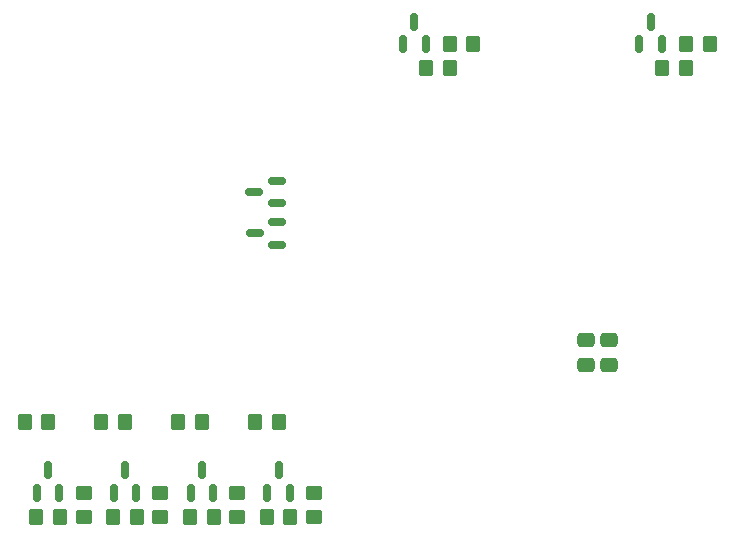
<source format=gbp>
G04 #@! TF.GenerationSoftware,KiCad,Pcbnew,6.0.6-2.fc35*
G04 #@! TF.CreationDate,2022-07-15T01:41:46+02:00*
G04 #@! TF.ProjectId,office_amp,6f666669-6365-45f6-916d-702e6b696361,rev?*
G04 #@! TF.SameCoordinates,Original*
G04 #@! TF.FileFunction,Paste,Bot*
G04 #@! TF.FilePolarity,Positive*
%FSLAX46Y46*%
G04 Gerber Fmt 4.6, Leading zero omitted, Abs format (unit mm)*
G04 Created by KiCad (PCBNEW 6.0.6-2.fc35) date 2022-07-15 01:41:46*
%MOMM*%
%LPD*%
G01*
G04 APERTURE LIST*
G04 Aperture macros list*
%AMRoundRect*
0 Rectangle with rounded corners*
0 $1 Rounding radius*
0 $2 $3 $4 $5 $6 $7 $8 $9 X,Y pos of 4 corners*
0 Add a 4 corners polygon primitive as box body*
4,1,4,$2,$3,$4,$5,$6,$7,$8,$9,$2,$3,0*
0 Add four circle primitives for the rounded corners*
1,1,$1+$1,$2,$3*
1,1,$1+$1,$4,$5*
1,1,$1+$1,$6,$7*
1,1,$1+$1,$8,$9*
0 Add four rect primitives between the rounded corners*
20,1,$1+$1,$2,$3,$4,$5,0*
20,1,$1+$1,$4,$5,$6,$7,0*
20,1,$1+$1,$6,$7,$8,$9,0*
20,1,$1+$1,$8,$9,$2,$3,0*%
G04 Aperture macros list end*
%ADD10RoundRect,0.150000X0.587500X0.150000X-0.587500X0.150000X-0.587500X-0.150000X0.587500X-0.150000X0*%
%ADD11RoundRect,0.250000X0.475000X-0.337500X0.475000X0.337500X-0.475000X0.337500X-0.475000X-0.337500X0*%
%ADD12RoundRect,0.250000X0.350000X0.450000X-0.350000X0.450000X-0.350000X-0.450000X0.350000X-0.450000X0*%
%ADD13RoundRect,0.250000X-0.350000X-0.450000X0.350000X-0.450000X0.350000X0.450000X-0.350000X0.450000X0*%
%ADD14RoundRect,0.250000X0.450000X-0.350000X0.450000X0.350000X-0.450000X0.350000X-0.450000X-0.350000X0*%
%ADD15RoundRect,0.150000X0.150000X-0.587500X0.150000X0.587500X-0.150000X0.587500X-0.150000X-0.587500X0*%
G04 APERTURE END LIST*
D10*
X113000000Y-120000000D03*
X114875000Y-120950000D03*
X114875000Y-119050000D03*
X112962500Y-116500000D03*
X114837500Y-117450000D03*
X114837500Y-115550000D03*
D11*
X141000000Y-131137500D03*
X141000000Y-129062500D03*
D12*
X115000000Y-136000000D03*
X113000000Y-136000000D03*
X108500000Y-136000000D03*
X106500000Y-136000000D03*
X102000000Y-136000000D03*
X100000000Y-136000000D03*
D13*
X93500000Y-136000000D03*
X95500000Y-136000000D03*
D11*
X143000000Y-131137500D03*
X143000000Y-129062500D03*
D13*
X127500000Y-106000000D03*
X129500000Y-106000000D03*
X94500000Y-144000000D03*
X96500000Y-144000000D03*
D12*
X116000000Y-144000000D03*
X114000000Y-144000000D03*
X131500000Y-104000000D03*
X129500000Y-104000000D03*
X151500000Y-104000000D03*
X149500000Y-104000000D03*
D14*
X105000000Y-144000000D03*
X105000000Y-142000000D03*
X111500000Y-144000000D03*
X111500000Y-142000000D03*
X118000000Y-144000000D03*
X118000000Y-142000000D03*
D15*
X147450000Y-103937500D03*
X145550000Y-103937500D03*
X146500000Y-102062500D03*
D12*
X103000000Y-144000000D03*
X101000000Y-144000000D03*
D14*
X98500000Y-144000000D03*
X98500000Y-142000000D03*
D15*
X115950000Y-141937500D03*
X114050000Y-141937500D03*
X115000000Y-140062500D03*
D13*
X147500000Y-106000000D03*
X149500000Y-106000000D03*
D15*
X127450000Y-103937500D03*
X125550000Y-103937500D03*
X126500000Y-102062500D03*
X102950000Y-141937500D03*
X101050000Y-141937500D03*
X102000000Y-140062500D03*
X109450000Y-141937500D03*
X107550000Y-141937500D03*
X108500000Y-140062500D03*
D12*
X109500000Y-144000000D03*
X107500000Y-144000000D03*
D15*
X96450000Y-141937500D03*
X94550000Y-141937500D03*
X95500000Y-140062500D03*
M02*

</source>
